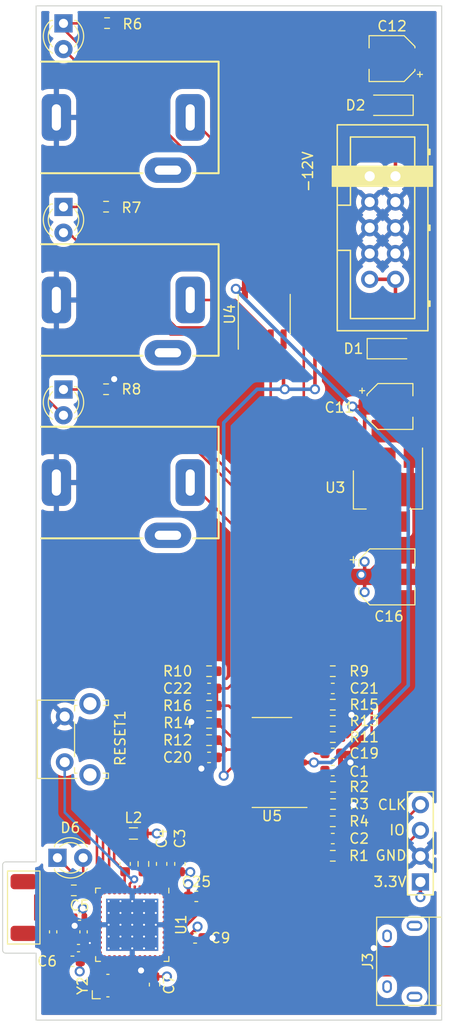
<source format=kicad_pcb>
(kicad_pcb (version 20211014) (generator pcbnew)
  (layers (0 "F.Cu" signal) (1 "In1.Cu" signal) (2 "In2.Cu" signal) (31 "B.Cu" signal) (34 "B.Paste" user) (35 "F.Paste" user) (36 "B.SilkS" user "B.Silkscreen") (37 "F.SilkS" user "F.Silkscreen") (38 "B.Mask" user) (39 "F.Mask" user) (44 "Edge.Cuts" user))
  (net 0 "")
  (net 1 "GND")
  (net 2 "Net-(C1-Pad2)")
  (net 3 "/X_Filtered")
  (net 4 "Net-(C2-Pad2)")
  (net 5 "+3.3VA")
  (net 6 "+3V3")
  (net 7 "Net-(AE1-Pad1)")
  (net 8 "Net-(C19-Pad2)")
  (net 9 "Net-(C20-Pad2)")
  (net 10 "/Y_Filtered")
  (net 11 "Net-(C21-Pad2)")
  (net 12 "/Z_Filtered")
  (net 13 "Net-(C22-Pad2)")
  (net 14 "Net-(D4-Pad2)")
  (net 15 "Net-(D4-Pad1)")
  (net 16 "-12V")
  (net 17 "+12V")
  (net 18 "/SWCLK")
  (net 19 "/SWIO")
  (net 22 "/USB_DP")
  (net 23 "/USB_DM")
  (net 28 "/X_PWM")
  (net 29 "Net-(R3-Pad2)")
  (net 30 "/BOOT0")
  (net 31 "/Y_PWM")
  (net 32 "/Z_PWM")
  (net 33 "Net-(R13-Pad2)")
  (net 34 "Net-(R14-Pad2)")
  (net 35 "/RESET")
  (net 40 "Net-(D3-Pad1)")
  (net 41 "Net-(D3-Pad2)")
  (net 48 "/RF_Output")
  (net 49 "Net-(U1-Pad24)")
  (net 50 "Net-(U1-Pad25)")
  (net 63 "VCC")
  (net 64 "VEE")
  (net 65 "Net-(D6-Pad1)")
  (net 67 "/LED_BLUE_OUT")
  (net 68 "Net-(D5-Pad1)")
  (net 69 "Net-(D5-Pad2)")
  (footprint "Resistor_SMD:R_0603_1608Metric" (layer "F.Cu") (at 154.885 134.7 180)
    (fp_text reference "R3")
    (fp_text value "10k")
  )
  (footprint "LED_THT:LED_D3.0mm_FlatTop" (layer "F.Cu") (at 128.3 75.825 -90)
    (fp_text reference "D4" hide)
    (fp_text value "LED_Y")
  )
  (footprint "Capacitor_SMD:C_0603_1608Metric" (layer "F.Cu") (at 129.18125 150.2 180)
    (fp_text reference "C6")
    (fp_text value "100nF")
  )
  (footprint "Resistor_SMD:R_0603_1608Metric" (layer "F.Cu") (at 154.86 139.8)
    (fp_text reference "R1")
    (fp_text value "20k")
  )
  (footprint "LED_THT:LED_D3.0mm_FlatTop" (layer "F.Cu") (at 127.705 140)
    (fp_text reference "D6")
    (fp_text value "LED_BLUE")
  )
  (footprint "Crystal:Crystal_SMD_Abracon_ABM10-4Pin_2.5x2.0mm" (layer "F.Cu") (at 132.68125 152.6 90)
    (fp_text reference "Y2")
    (fp_text value "32MHz")
  )
  (footprint "Capacitor_SMD:C_0603_1608Metric" (layer "F.Cu") (at 137.98125 140.6 90)
    (fp_text reference "C4")
    (fp_text value "100nF")
  )
  (footprint "Capacitor_SMD:C_0603_1608Metric" (layer "F.Cu") (at 134.38125 140.6 -90)
    (fp_text reference "C10" hide)
    (fp_text value "100nF")
  )
  (footprint "Capacitor_SMD:C_0603_1608Metric" (layer "F.Cu") (at 137.28125 152.5 -90)
    (fp_text reference "C7")
    (fp_text value "100nF")
  )
  (footprint "LED_THT:LED_D3.0mm_FlatTop" (layer "F.Cu") (at 128.3 57.725 -90)
    (fp_text reference "D3" hide)
    (fp_text value "LED_X")
  )
  (footprint "Resistor_SMD:R_0603_1608Metric" (layer "F.Cu") (at 154.86 136.4 180)
    (fp_text reference "R4")
    (fp_text value "5k1")
  )
  (footprint "LED_THT:LED_D3.0mm_FlatTop" (layer "F.Cu") (at 128.3 93.825 -90)
    (fp_text reference "D5" hide)
    (fp_text value "LED_Z")
  )
  (footprint "Resistor_SMD:R_0603_1608Metric" (layer "F.Cu") (at 142.66 125)
    (fp_text reference "R16")
    (fp_text value "5k1")
  )
  (footprint "Custom_Footprints:SWD_header" (layer "F.Cu") (at 163.5 142.38 90)
    (fp_text reference "J2" hide)
    (fp_text value "SWD_Header")
  )
  (footprint "Diode_SMD:D_SOD-123" (layer "F.Cu") (at 160.5 89.8)
    (fp_text reference "D1")
    (fp_text value "1N5819")
  )
  (footprint "Custom_Footprints:USB_Micro-B_Amphenol" (layer "F.Cu") (at 161.565 150.2 90)
    (fp_text reference "J3")
    (fp_text value "USB_B_Micro")
  )
  (footprint "Capacitor_SMD:CP_Elec_4x5.4" (layer "F.Cu") (at 160.7 61.2 180)
    (fp_text reference "C12")
    (fp_text value "22uF")
  )
  (footprint "Capacitor_SMD:C_0603_1608Metric" (layer "F.Cu") (at 141.28125 147.9)
    (fp_text reference "C9")
    (fp_text value "100nF")
  )
  (footprint "Resistor_SMD:R_0603_1608Metric" (layer "F.Cu") (at 132.5 93.8 180)
    (fp_text reference "R8")
    (fp_text value "1k")
  )
  (footprint "Capacitor_SMD:C_0603_1608Metric" (layer "F.Cu") (at 139.78125 140.6 90)
    (fp_text reference "C3")
    (fp_text value "4.7uF")
  )
  (footprint "Capacitor_SMD:CP_Elec_5x5.8" (layer "F.Cu") (at 160.2 112.3)
    (fp_text reference "C16")
    (fp_text value "47uF")
  )
  (footprint "Capacitor_SMD:C_0402_1005Metric" (layer "F.Cu") (at 130.28125 147.3 90)
    (fp_text reference "C14" hide)
    (fp_text value "0.8pF")
  )
  (footprint "Custom_Footprints:Jack_3.5mm_QingPu_WQP-PJ302M_Horizontal" (layer "F.Cu") (at 125.6 85 -90)
    (fp_text reference "J5" hide)
    (fp_text value "Y_Out")
  )
  (footprint "Capacitor_SMD:C_0603_1608Metric" (layer "F.Cu") (at 142.66 123.3 180)
    (fp_text reference "C22")
    (fp_text value "22nF")
  )
  (footprint "Capacitor_SMD:C_0603_1608Metric" (layer "F.Cu") (at 141.4 143.8)
    (fp_text reference "C25")
    (fp_text value "100nF")
  )
  (footprint "Resistor_SMD:R_0603_1608Metric" (layer "F.Cu") (at 129.32 143.21)
    (fp_text reference "R17" hide)
    (fp_text value "1k")
  )
  (footprint "Resistor_SMD:R_0603_1608Metric" (layer "F.Cu") (at 154.86 121.6)
    (fp_text reference "R9")
    (fp_text value "20k")
  )
  (footprint "Custom_Footprints:Jack_3.5mm_QingPu_WQP-PJ302M_Horizontal" (layer "F.Cu") (at 125.6 103 -90)
    (fp_text reference "J6" hide)
    (fp_text value "Z_Out")
  )
  (footprint "Resistor_SMD:R_0603_1608Metric" (layer "F.Cu") (at 154.885 133 180)
    (fp_text reference "R2")
    (fp_text value "20k")
  )
  (footprint "Resistor_SMD:R_0603_1608Metric" (layer "F.Cu") (at 132.5 75.8 180)
    (fp_text reference "R7")
    (fp_text value "1k")
  )
  (footprint "Package_DFN_QFN:QFN-48-1EP_7x7mm_P0.5mm_EP5.15x5.15mm_ThermalVias" (layer "F.Cu") (at 135.08125 146.6 -90)
    (fp_text reference "U1")
    (fp_text value "STM32WB35")
  )
  (footprint "Custom_Footprints:NN01_102" (layer "F.Cu") (at 124.38125 147.45 90)
    (fp_text reference "AE1" hide)
    (fp_text value "Antenna_Shield")
  )
  (footprint "Diode_SMD:D_SOD-123" (layer "F.Cu") (at 160.5375 65.8 180)
    (fp_text reference "D2")
    (fp_text value "1N5819")
  )
  (footprint "Resistor_SMD:R_0603_1608Metric" (layer "F.Cu") (at 132.6 57.7 180)
    (fp_text reference "R6")
    (fp_text value "1k")
  )
  (footprint "Capacitor_SMD:C_0603_1608Metric" (layer "F.Cu") (at 154.86 123.3)
    (fp_text reference "C21")
    (fp_text value "22nF")
  )
  (footprint "Package_TO_SOT_SMD:SOT-223-3_TabPin2" (layer "F.Cu") (at 160.3 103.7 -90)
    (fp_text reference "U3")
    (fp_text value "LD1117-3.3-4Tab")
  )
  (footprint "Resistor_SMD:R_0603_1608Metric" (layer "F.Cu") (at 142.66 121.6 180)
    (fp_text reference "R10")
    (fp_text value "20k")
  )
  (footprint "Capacitor_SMD:C_0603_1608Metric" (layer "F.Cu") (at 142.66 130.1)
    (fp_text reference "C20")
    (fp_text value "33nF")
  )
  (footprint "Resistor_SMD:R_0603_1608Metric" (layer "F.Cu") (at 136.18125 140.6 -90)
    (fp_text reference "R5" hide)
    (fp_text value "100k")
  )
  (footprint "Capacitor_SMD:C_0603_1608Metric" (layer "F.Cu") (at 154.86 129.7 180)
    (fp_text reference "C19")
    (fp_text value "33nF")
  )
  (footprint "Resistor_SMD:R_0603_1608Metric" (layer "F.Cu") (at 154.86 126.5 180)
    (fp_text reference "R13")
    (fp_text value "10k")
  )
  (footprint "Custom_Footprints:Eurorack_10_pin_header" (layer "F.Cu") (at 158.5 72.8 -90)
    (fp_text reference "J1" hide)
    (fp_text value "Eurorack_10_pin_power")
  )
  (footprint "Inductor_SMD:L_0402_1005Metric" (layer "F.Cu") (at 128.78125 147.8 180)
    (fp_text reference "L1" hide)
    (fp_text value "2.7nH")
  )
  (footprint "Capacitor_SMD:C_0402_1005Metric" (layer "F.Cu") (at 129.78125 148.9 180)
    (fp_text reference "C8" hide)
    (fp_text value "100pF")
  )
  (footprint "Package_SO:SOIC-8_3.9x4.9mm_P1.27mm" (layer "F.Cu") (at 148.1 86.4 90)
    (fp_text reference "U4")
    (fp_text value "TL072")
  )
  (footprint "Resistor_SMD:R_0603_1608Metric" (layer "F.Cu") (at 142.66 128.4)
    (fp_text reference "R12")
    (fp_text value "20k")
  )
  (footprint "Capacitor_SMD:CP_Elec_4x5.4" (layer "F.Cu") (at 160.5 95.5)
    (fp_text reference "C11")
    (fp_text value "22uF")
  )
  (footprint "Button_Switch_THT:SW_Tactile_SPST_Angled_PTS645Vx58-2LFS" (layer "F.Cu") (at 128.4225 130.565 90)
    (fp_text reference "RESET1")
    (fp_text value "SW_Push")
  )
  (footprint "Capacitor_SMD:C_0603_1608Metric" (layer "F.Cu") (at 154.86 138.1)
    (fp_text reference "C2")
    (fp_text value "22nF")
  )
  (footprint "Inductor_SMD:L_0805_2012Metric" (layer "F.Cu") (at 135.2 137.6)
    (fp_text reference "L2")
    (fp_text value "L")
  )
  (footprint "Resistor_SMD:R_0603_1608Metric" (layer "F.Cu") (at 154.86 124.9 180)
    (fp_text reference "R15")
    (fp_text value "5k1")
  )
  (footprint "Capacitor_SMD:C_0402_1005Metric" (layer "F.Cu") (at 129.88125 145.8 180)
    (fp_text reference "C5")
    (fp_text value "100nF")
  )
  (footprint "Capacitor_SMD:C_0402_1005Metric" (layer "F.Cu") (at 127.28125 147.3 90)
    (fp_text reference "C15" hide)
    (fp_text value "0.3pF")
  )
  (footprint "Resistor_SMD:R_0603_1608Metric" (layer "F.Cu") (at 142.66 126.7)
    (fp_text reference "R14")
    (fp_text value "10k")
  )
  (footprint "Package_SO:SOIC-14_3.9x8.7mm_P1.27mm" (layer "F.Cu") (at 148.86 130.6 180)
    (fp_text reference "U5")
    (fp_text value "TL074")
  )
  (footprint "Custom_Footprints:Jack_3.5mm_QingPu_WQP-PJ302M_Horizontal" (layer "F.Cu") (at 125.6 67 -90)
    (fp_text reference "J4" hide)
    (fp_text value "X_Out")
  )
  (footprint "Resistor_SMD:R_0603_1608Metric" (layer "F.Cu") (at 154.86 128.1 180)
    (fp_text reference "R11")
    (fp_text value "20k")
  )
  (footprint "Capacitor_SMD:C_0603_1608Metric" (layer "F.Cu") (at 154.86 131.4 180)
    (fp_text reference "C1")
    (fp_text value "33nF")
  )
  (gr_line (start 165.6 56) (end 165.6 156) (layer "Edge.Cuts") (width 0.1))
  (gr_line (start 125.6 156) (end 165.6 156) (layer "Edge.Cuts") (width 0.1))
  (gr_line (start 122.6 149.4) (end 125.6 149.4) (layer "Edge.Cuts") (width 0.1))
  (gr_line (start 125.6 56) (end 165.6 56) (layer "Edge.Cuts") (width 0.1))
  (gr_line (start 125.6 56) (end 125.6 140.4) (layer "Edge.Cuts") (width 0.1))
  (gr_line (start 125.6 140.4) (end 122.6 140.4) (layer "Edge.Cuts") (width 0.1))
  (gr_line (start 122.3 140.7) (end 122.3 149.1) (layer "Edge.Cuts") (width 0.1))
  (gr_line (start 125.6 156) (end 125.6 149.4) (layer "Edge.Cuts") (width 0.1))
  (gr_arc (start 122.6 149.4) (mid 122.387868 149.312132) (end 122.3 149.1) (layer "Edge.Cuts") (width 0.1))
  (gr_arc (start 122.3 140.7) (mid 122.387868 140.487868) (end 122.6 140.4) (layer "Edge.Cuts") (width 0.1))
  (segment (start 155.71 134.7) (end 156.8 134.7) (width 0.35) (layer "F.Cu") (net 1))
  (segment (start 132.075 151.975) (end 133.325 153.225) (width 0.35) (layer "F.Cu") (net 1))
  (segment (start 129.4 145.80125) (end 129.40125 145.8) (width 0.35) (layer "F.Cu") (net 1))
  (segment (start 133.325 93.8) (end 133.325 92.825) (width 0.2) (layer "F.Cu") (net 1))
  (segment (start 142.05625 147.9) (end 143 147.9) (width 0.35) (layer "F.Cu") (net 1))
  (segment (start 133.325 92.825) (end 133.3 92.8) (width 0.2) (layer "F.Cu") (net 1))
  (segment (start 133.325 153.225) (end 133.50625 153.225) (width 0.35) (layer "F.Cu") (net 1))
  (segment (start 131.05 148.35) (end 131 148.4) (width 0.2) (layer "F.Cu") (net 1))
  (segment (start 131 148.4) (end 130.9 148.4) (width 0.2) (layer "F.Cu") (net 1))
  (segment (start 135.83125 150.984924) (end 135.951767 151.105441) (width 0.35) (layer "F.Cu") (net 1))
  (segment (start 155.685 126.5) (end 156.1 126.5) (width 0.35) (layer "F.Cu") (net 1))
  (segment (start 156.1 126.5) (end 156.7 125.9) (width 0.35) (layer "F.Cu") (net 1))
  (segment (start 156.6 130.6) (end 156.435 130.6) (width 0.35) (layer "F.Cu") (net 1))
  (segment (start 131.85625 151.975) (end 132.075 151.975) (width 0.35) (layer "F.Cu") (net 1))
  (segment (start 155.7 129.7) (end 156.6 130.6) (width 0.35) (layer "F.Cu") (net 1))
  (segment (start 160.215 148.9) (end 158.9 148.9) (width 0.35) (layer "F.Cu") (net 1))
  (segment (start 155.635 129.7) (end 155.7 129.7) (width 0.35) (layer "F.Cu") (net 1))
  (segment (start 141.885 130.1) (end 141.885 131.185) (width 0.35) (layer "F.Cu") (net 1))
  (segment (start 156.435 130.6) (end 155.635 131.4) (width 0.35) (layer "F.Cu") (net 1))
  (segment (start 141.835 126.7) (end 141 126.7) (width 0.35) (layer "F.Cu") (net 1))
  (segment (start 129.52 146.82) (end 129.4 146.7) (width 0.35) (layer "F.Cu") (net 1))
  (segment (start 141 126.7) (end 140.9 126.6) (width 0.35) (layer "F.Cu") (net 1))
  (segment (start 135.83125 150.0375) (end 135.83125 150.984924) (width 0.35) (layer "F.Cu") (net 1))
  (segment (start 141.885 131.185) (end 141.9 131.2) (width 0.35) (layer "F.Cu") (net 1))
  (segment (start 131.64375 148.35) (end 131.05 148.35) (width 0.2) (layer "F.Cu") (net 1))
  (segment (start 130.28125 146.82) (end 129.52 146.82) (width 0.35) (layer "F.Cu") (net 1))
  (segment (start 156.8 134.7) (end 156.9 134.8) (width 0.35) (layer "F.Cu") (net 1))
  (segment (start 129.4 146.7) (end 129.4 145.80125) (width 0.35) (layer "F.Cu") (net 1))
  (via (at 140.9 126.6) (size 1) (drill 0.6) (layers "F.Cu" "B.Cu") (net 1))
  (via (at 129.4 146.7) (size 1) (drill 0.6) (layers "F.Cu" "B.Cu") (net 1))
  (via (at 141.9 131.2) (size 1) (drill 0.6) (layers "F.Cu" "B.Cu") (net 1))
  (via (at 130.9 148.4) (size 0.4) (drill 0.2) (layers "F.Cu" "B.Cu") (net 1))
  (via (at 156.7 125.9) (size 1) (drill 0.6) (layers "F.Cu" "B.Cu") (net 1))
  (via (at 156.9 134.8) (size 1) (drill 0.6) (layers "F.Cu" "B.Cu") (net 1))
  (via (at 143 147.9) (size 1) (drill 0.6) (layers "F.Cu" "B.Cu") (net 1))
  (via (at 133.3 92.8) (size 1) (drill 0.6) (layers "F.Cu" "B.Cu") (net 1))
  (via (at 156.6 130.6) (size 1) (drill 0.6) (layers "F.Cu" "B.Cu") (net 1))
  (via (at 135.951767 151.105441) (size 1) (drill 0.6) (layers "F.Cu" "B.Cu") (net 1))
  (via (at 158.9 148.9) (size 1) (drill 0.6) (layers "F.Cu" "B.Cu") (net 1))
  (segment (start 151.335 131.87) (end 153.615 131.87) (width 0.25) (layer "F.Cu") (net 2))
  (segment (start 153.615 131.87) (end 154.085 131.4) (width 0.25) (layer "F.Cu") (net 2))
  (segment (start 154.06 133) (end 154.06 131.425) (width 0.25) (layer "F.Cu") (net 2))
  (segment (start 154.035 123.35) (end 154.085 123.3) (width 0.25) (layer "F.Cu") (net 3))
  (segment (start 140.8 67) (end 150.005 76.205) (width 0.25) (layer "F.Cu") (net 3))
  (segment (start 151.335 126.79) (end 152.145 126.79) (width 0.25) (layer "F.Cu") (net 3))
  (segment (start 154.035 124.9) (end 154.035 123.35) (width 0.25) (layer "F.Cu") (net 3))
  (segment (start 152 121.215) (end 154.085 123.3) (width 0.25) (layer "F.Cu") (net 3))
  (segment (start 150.005 76.205) (end 150.005 83.925) (width 0.25) (layer "F.Cu") (net 3))
  (segment (start 150.005 83.925) (end 152 85.92) (width 0.25) (layer "F.Cu") (net 3))
  (segment (start 152 85.92) (end 152 121.215) (width 0.25) (layer "F.Cu") (net 3))
  (segment (start 152.145 126.79) (end 154.035 124.9) (width 0.25) (layer "F.Cu") (net 3))
  (segment (start 155.71 133) (end 156.266022 133) (width 0.25) (layer "F.Cu") (net 4))
  (segment (start 155.685 138.15) (end 155.635 138.1) (width 0.25) (layer "F.Cu") (net 4))
  (segment (start 155.685 139.8) (end 155.685 138.15) (width 0.25) (layer "F.Cu") (net 4))
  (segment (start 156.266022 133) (end 157.724501 134.458479) (width 0.25) (layer "F.Cu") (net 4))
  (segment (start 157.724501 136.010499) (end 155.635 138.1) (width 0.25) (layer "F.Cu") (net 4))
  (segment (start 157.724501 134.458479) (end 157.724501 136.010499) (width 0.25) (layer "F.Cu") (net 4))
  (segment (start 134.33125 141.425) (end 134.38125 141.375) (width 0.25) (layer "F.Cu") (net 5))
  (segment (start 134.375 141.375) (end 133.3 140.3) (width 0.25) (layer "F.Cu") (net 5))
  (segment (start 134.33125 143.1625) (end 134.33125 141.425) (width 0.25) (layer "F.Cu") (net 5))
  (segment (start 133.3 140.3) (end 133.3 138.4375) (width 0.25) (layer "F.Cu") (net 5))
  (segment (start 133.3 138.4375) (end 134.1375 137.6) (width 0.25) (layer "F.Cu") (net 5))
  (segment (start 134.38125 141.375) (end 134.375 141.375) (width 0.25) (layer "F.Cu") (net 5))
  (segment (start 138.5 151.7) (end 137.30625 151.7) (width 0.25) (layer "F.Cu") (net 6))
  (segment (start 130.89077 147.046493) (end 130.89077 146.32952) (width 0.2) (layer "F.Cu") (net 6))
  (segment (start 163.5 142.38) (end 163.5 143.87) (width 0.35) (layer "F.Cu") (net 6))
  (segment (start 130.89077 146.32952) (end 130.36125 145.8) (width 0.2) (layer "F.Cu") (net 6))
  (segment (start 137.83125 143.1625) (end 137.83125 141.525) (width 0.25) (layer "F.Cu") (net 6))
  (segment (start 135.127266 151.446962) (end 135.672678 151.992374) (width 0.25) (layer "F.Cu") (net 6))
  (segment (start 137.33125 150.0375) (end 137.33125 151.675) (width 0.25) (layer "F.Cu") (net 6))
  (segment (start 131.194277 147.35) (end 130.89077 147.046493) (width 0.2) (layer "F.Cu") (net 6))
  (segment (start 130.36125 149) (end 130.26125 148.9) (width 0.2) (layer "F.Cu") (net 6))
  (segment (start 129.95625 149.205) (end 130.26125 148.9) (width 0.35) (layer "F.Cu") (net 6))
  (segment (start 135.672678 151.992374) (end 137.013876 151.992374) (width 0.25) (layer "F.Cu") (net 6))
  (segment (start 131.15 148.85) (end 131 149) (width 0.2) (layer "F.Cu") (net 6))
  (segment (start 130.36125 145.16125) (end 130.2 145) (width 0.35) (layer "F.Cu") (net 6))
  (segment (start 140.775 141.375) (end 140.8 141.4) (width 0.35) (layer "F.Cu") (net 6))
  (segment (start 138.51875 143.85) (end 140.575 143.85) (width 0.25) (layer "F.Cu") (net 6))
  (segment (start 135.33125 150.0375) (end 135.33125 150.559936) (width 0.25) (layer "F.Cu") (net 6))
  (segment (start 160.3 106.85) (end 160.3 100.55) (width 0.35) (layer "F.Cu") (net 6))
  (segment (start 158 112.3) (end 160.3 110) (width 0.35) (layer "F.Cu") (net 6))
  (segment (start 137.013876 151.992374) (end 137.28125 151.725) (width 0.25) (layer "F.Cu") (net 6))
  (segment (start 136.33125 150.0375) (end 137.33125 150.0375) (width 0.25) (layer "F.Cu") (net 6))
  (segment (start 141.521368 146.884882) (end 140.50625 147.9) (width 0.35) (layer "F.Cu") (net 6))
  (segment (start 135.33125 150.559936) (end 135.127266 150.76392) (width 0.25) (layer "F.Cu") (net 6))
  (segment (start 138.51875 147.85) (end 140.45625 147.85) (width 0.25) (layer "F.Cu") (net 6))
  (segment (start 160.3 110) (end 160.3 106.85) (width 0.35) (layer "F.Cu") (net 6))
  (segment (start 137.98125 141.375) (end 139.78125 141.375) (width 0.25) (layer "F.Cu") (net 6))
  (segment (start 137.83125 141.525) (end 137.98125 141.375) (width 0.25) (layer "F.Cu") (net 6))
  (segment (start 157.888446 112.3) (end 157.6745 112.086054) (width 0.35) (layer "F.Cu") (net 6))
  (segment (start 131 149) (end 130.36125 149) (width 0.2) (layer "F.Cu") (net 6))
  (segment (start 136.2625 137.6) (end 137.5 137.6) (width 0.35) (layer "F.Cu") (net 6))
  (segment (start 158 112.3) (end 158 113.8) (width 0.35) (layer "F.Cu") (net 6))
  (segment (start 140.575 143.85) (end 140.625 143.8) (width 0.25) (layer "F.Cu") (net 6))
  (segment (start 140.625 142.625) (end 140.6 142.6) (width 0.35) (layer "F.Cu") (net 6))
  (segment (start 137.28125 151.725) (end 137.33125 151.675) (width 0.25) (layer "F.Cu") (net 6))
  (segment (start 140.45625 147.85) (end 140.50625 147.9) (width 0.25) (layer "F.Cu") (net 6))
  (segment (start 158 112.3) (end 157.888446 112.3) (width 0.35) (layer "F.Cu") (net 6))
  (segment (start 158 112.3) (end 158 110.8) (width 0.35) (layer "F.Cu") (net 6))
  (segment (start 129.95625 150.2) (end 129.95625 149.205) (width 0.35) (layer "F.Cu") (net 6))
  (segment (start 141.521368 146.778981) (end 141.521368 146.884882) (width 0.35) (layer "F.Cu") (net 6))
  (segment (start 130.36125 145.8) (end 130.36125 145.16125) (width 0.35) (layer "F.Cu") (net 6))
  (segment (start 140.625 143.8) (end 140.625 142.625) (width 0.35) (layer "F.Cu") (net 6))
  (segment (start 139.78125 141.375) (end 140.775 141.375) (width 0.35) (layer "F.Cu") (net 6))
  (segment (start 131.64375 148.85) (end 131.15 148.85) (width 0.2) (layer "F.Cu") (net 6))
  (segment (start 129.95625 151.14375) (end 129.9 151.2) (width 0.35) (layer "F.Cu") (net 6))
  (segment (start 129.95625 150.2) (end 129.95625 151.14375) (width 0.35) (layer "F.Cu") (net 6))
  (segment (start 131.64375 147.35) (end 131.194277 147.35) (width 0.2) (layer "F.Cu") (net 6))
  (segment (start 135.127266 150.76392) (end 135.127266 151.446962) (width 0.25) (layer "F.Cu") (net 6))
  (via (at 138.5 151.7) (size 1) (drill 0.6) (layers "F.Cu" "B.Cu") (net 6))
  (via (at 140.6 142.6) (size 1) (drill 0.6) (layers "F.Cu" "B.Cu") (net 6))
  (via (at 157.6745 112.086054) (size 1) (drill 0.6) (layers "F.Cu" "B.Cu") (net 6))
  (via (at 137.5 137.6) (size 1) (drill 0.6) (layers "F.Cu" "B.Cu") (net 6))
  (via (at 158 113.8) (size 1) (drill 0.6) (layers "F.Cu" "B.Cu") (net 6))
  (via (at 158 110.8) (size 1) (drill 0.6) (layers "F.Cu" "B.Cu") (net 6))
  (via (at 140.8 141.4) (size 1) (drill 0.6) (layers "F.Cu" "B.Cu") (net 6))
  (via (at 163.5 143.87) (size 1) (drill 0.6) (layers "F.Cu" "B.Cu") (net 6))
  (via (at 130.2 145) (size 1) (drill 0.6) (layers "F.Cu" "B.Cu") (net 6))
  (via (at 129.9 151.2) (size 1) (drill 0.6) (layers "F.Cu" "B.Cu") (net 6))
  (via (at 141.521368 146.778981) (size 1) (drill 0.6) (layers "F.Cu" "B.Cu") (net 6))
  (segment (start 128.29625 147.8) (end 127.30125 147.8) (width 0.322) (layer "F.Cu") (net 7))
  (segment (start 125.53 147.78) (end 125.2 147.45) (width 0.322) (layer "F.Cu") (net 7))
  (segment (start 127.30125 147.8) (end 127.28125 147.78) (width 0.322) (layer "F.Cu") (net 7))
  (segment (start 127.28125 147.78) (end 124.71125 147.78) (width 0.322) (layer "F.Cu") (net 7))
  (segment (start 151.335 129.33) (end 152.805 129.33) (width 0.25) (layer "F.Cu") (net 8))
  (segment (start 152.805 129.33) (end 154.035 128.1) (width 0.25) (layer "F.Cu") (net 8))
  (segment (start 154.085 129.7) (end 153.175 129.7) (width 0.25) (layer "F.Cu") (net 8))
  (segment (start 153.175 129.7) (end 152.805 129.33) (width 0.25) (layer "F.Cu") (net 8))
  (segment (start 146.385 129.33) (end 144.415 129.33) (width 0.25) (layer "F.Cu") (net 9))
  (segment (start 143.645 130.1) (end 144.415 129.33) (width 0.25) (layer "F.Cu") (net 9))
  (segment (start 143.435 130.1) (end 143.645 130.1) (width 0.25) (layer "F.Cu") (net 9))
  (segment (start 144.415 129.33) (end 143.485 128.4) (width 0.25) (layer "F.Cu") (net 9))
  (segment (start 151.335 134.41) (end 152.045 134.41) (width 0.25) (layer "F.Cu") (net 10))
  (segment (start 148.735 88.875) (end 148.735 105.399296) (width 0.25) (layer "F.Cu") (net 10))
  (segment (start 148.735 105.399296) (end 149.74951 106.413806) (width 0.25) (layer "F.Cu") (net 10))
  (segment (start 149.74951 133.24951) (end 150.91 134.41) (width 0.25) (layer "F.Cu") (net 10))
  (segment (start 148.735 88.875) (end 148.735 88.498928) (width 0.25) (layer "F.Cu") (net 10))
  (segment (start 148.735 88.498928) (end 145.236072 85) (width 0.25) (layer "F.Cu") (net 10))
  (segment (start 154.035 138.05) (end 154.085 138.1) (width 0.25) (layer "F.Cu") (net 10))
  (segment (start 145.236072 85) (end 140.8 85) (width 0.25) (layer "F.Cu") (net 10))
  (segment (start 149.74951 106.413806) (end 149.74951 133.24951) (width 0.25) (layer "F.Cu") (net 10))
  (segment (start 150.91 134.41) (end 151.335 134.41) (width 0.25) (layer "F.Cu") (net 10))
  (segment (start 154.035 136.4) (end 154.035 138.05) (width 0.25) (layer "F.Cu") (net 10))
  (segment (start 152.045 134.41) (end 154.035 136.4) (width 0.25) (layer "F.Cu") (net 10))
  (segment (start 155.685 123.25) (end 155.635 123.3) (width 0.25) (layer "F.Cu") (net 11))
  (segment (start 156.3 128.1) (end 157.6 126.8) (width 0.25) (layer "F.Cu") (net 11))
  (segment (start 155.685 121.6) (end 155.685 123.25) (width 0.25) (layer "F.Cu") (net 11))
  (segment (start 157.6 126.8) (end 157.6 125.265) (width 0.25) (layer "F.Cu") (net 11))
  (segment (start 157.6 125.265) (end 155.635 123.3) (width 0.25) (layer "F.Cu") (net 11))
  (segment (start 155.685 128.1) (end 156.3 128.1) (width 0.25) (layer "F.Cu") (net 11))
  (segment (start 147.9 127.7) (end 147.9 131) (width 0.25) (layer "F.Cu") (net 12))
  (segment (start 145.4 122.4) (end 144.5 123.3) (width 0.25) (layer "F.Cu") (net 12))
  (segment (start 143.485 125) (end 144.595 125) (width 0.25) (layer "F.Cu") (net 12))
  (segment (start 140.8 103) (end 145.4 107.6) (width 0.25) (layer "F.Cu") (net 12))
  (segment (start 143.435 124.95) (end 143.485 125) (width 0.25) (layer "F.Cu") (net 12))
  (segment (start 145.4 107.6) (end 145.4 122.4) (width 0.25) (layer "F.Cu") (net 12))
  (segment (start 147.03 131.87) (end 146.385 131.87) (width 0.25) (layer "F.Cu") (net 12))
  (segment (start 144.5 123.3) (end 143.435 123.3) (width 0.25) (layer "F.Cu") (net 12))
  (segment (start 147.9 131) (end 147.03 131.87) (width 0.25) (layer "F.Cu") (net 12))
  (segment (start 146.385 126.79) (end 146.99 126.79) (width 0.25) (layer "F.Cu") (net 12))
  (segment (start 143.435 123.3) (end 143.435 124.95) (width 0.25) (layer "F.Cu") (net 12))
  (segment (start 144.595 125) (end 146.385 126.79) (width 0.25) (layer "F.Cu") (net 12))
  (segment (start 146.99 126.79) (end 147.9 127.7) (width 0.25) (layer "F.Cu") (net 12))
  (segment (start 141.2 128.4) (end 139.9 127.1) (width 0.25) (layer "F.Cu") (net 13))
  (segment (start 141.835 128.4) (end 141.2 128.4) (width 0.25) (layer "F.Cu") (net 13))
  (segment (start 141.835 123.25) (end 141.885 123.3) (width 0.25) (layer "F.Cu") (net 13))
  (segment (start 141.835 121.6) (end 141.835 123.25) (width 0.25) (layer "F.Cu") (net 13))
  (segment (start 139.9 127.1) (end 139.9 124.6) (width 0.25) (layer "F.Cu") (net 13))
  (segment (start 141.2 123.3) (end 141.885 123.3) (width 0.25) (layer "F.Cu") (net 13))
  (segment (start 139.9 124.6) (end 141.2 123.3) (width 0.25) (layer "F.Cu") (net 13))
  (segment (start 145.72 88.4) (end 146.195 88.875) (width 0.25) (layer "F.Cu") (net 14))
  (segment (start 128.3 78.365) (end 128.815 78.365) (width 0.25) (layer "F.Cu") (net 14))
  (segment (start 138.85 88.4) (end 145.72 88.4) (width 0.25) (layer "F.Cu") (net 14))
  (segment (start 128.815 78.365) (end 138.85 88.4) (width 0.25) (layer "F.Cu") (net 14))
  (segment (start 131.675 79.975) (end 139.4 87.7) (width 0.25) (layer "F.Cu") (net 15))
  (segment (start 139.4 87.7) (end 145.1 87.7) (width 0.25) (layer "F.Cu") (net 15))
  (segment (start 145.1 87.7) (end 145.5 87.3) (width 0.25) (layer "F.Cu") (net 15))
  (segment (start 145.5 87.3) (end 146.9 87.3) (width 0.25) (layer "F.Cu") (net 15))
  (segment (start 131.65 75.825) (end 131.675 75.8) (width 0.25) (layer "F.Cu") (net 15))
  (segment (start 146.9 87.3) (end 147.465 87.865) (width 0.25) (layer "F.Cu") (net 15))
  (segment (start 131.675 75.8) (end 131.675 79.975) (width 0.25) (layer "F.Cu") (net 15))
  (segment (start 128.3 75.825) (end 131.65 75.825) (width 0.25) (layer "F.Cu") (net 15))
  (segment (start 147.465 87.865) (end 147.465 88.875) (width 0.25) (layer "F.Cu") (net 15))
  (segment (start 161.04 66.9475) (end 162.1875 65.8) (width 0.35) (layer "F.Cu") (net 16))
  (segment (start 161.04 72.8) (end 161.04 66.9475) (width 0.35) (layer "F.Cu") (net 16))
  (segment (start 158.5 72.8) (end 161.04 72.8) (width 0.35) (layer "F.Cu") (net 16))
  (segment (start 158.5 82.96) (end 161.04 82.96) (width 0.35) (layer "F.Cu") (net 17))
  (segment (start 161.04 88.69) (end 162.15 89.8) (width 0.35) (layer "F.Cu") (net 17))
  (segment (start 161.04 82.96) (end 161.04 88.69) (width 0.35) (layer "F.Cu") (net 17))
  (segment (start 161.9 138.17) (end 161.9 136.36) (width 0.25) (layer "F.Cu") (net 18))
  (segment (start 141.8 145.3) (end 154.77 145.3) (width 0.25) (layer "F.Cu") (net 18))
  (segment (start 138.51875 147.35) (end 139.75 147.35) (width 0.25) (layer "F.Cu") (net 18))
  (segment (start 139.75 147.35) (end 141.8 145.3) (width 0.25) (layer "F.Cu") (net 18))
  (segment (start 154.77 145.3) (end 161.9 138.17) (width 0.25) (layer "F.Cu") (net 18))
  (segment (start 161.9 136.36) (end 163.5 134.76) (width 0.25) (layer "F.Cu") (net 18))
  (segment (start 140.354112 149) (end 151.8 149) (width 0.25) (layer "F.Cu") (net 19))
  (segment (start 139.704112 148.35) (end 140.354112 149) (width 0.25) (layer "F.Cu") (net 19))
  (segment (start 138.51875 148.35) (end 139.704112 148.35) (width 0.25) (layer "F.Cu") (net 19))
  (segment (start 151.8 149) (end 163.5 137.3) (width 0.25) (layer "F.Cu") (net 19))
  (segment (start 157.5 150.2) (end 160.215 150.2) (width 0.25) (layer "F.Cu") (net 22))
  (segment (start 138.51875 148.85) (end 139.285718 148.85) (width 0.25) (layer "F.Cu") (net 22))
  (segment (start 139.986198 149.55048) (end 156.85048 149.55048) (width 0.25) (layer "F.Cu") (net 22))
  (segment (start 139.285718 148.85) (end 139.986198 149.55048) (width 0.25) (layer "F.Cu") (net 22))
  (segment (start 156.85048 149.55048) (end 157.5 150.2) (width 0.25) (layer "F.Cu") (net 22))
  (segment (start 139.8 150) (end 156.6 150) (width 0.25) (layer "F.Cu") (net 23))
  (segment (start 157.45 150.85) (end 160.215 150.85) (width 0.25) (layer "F.Cu") (net 23))
  (segment (start 156.6 150) (end 157.45 150.85) (width 0.25) (layer "F.Cu") (net 23))
  (segment (start 139.15 149.35) (end 139.8 150) (width 0.25) (layer "F.Cu") (net 23))
  (segment (start 138.51875 149.35) (end 139.15 149.35) (width 0.25) (layer "F.Cu") (net 23))
  (segment (start 148.2 135.9) (end 152.89952 140.59952) (width 0.25) (layer "F.Cu") (net 28))
  (segment (start 133.83125 142.406263) (end 132.8 141.375013) (width 0.25) (layer "F.Cu") (net 28))
  (segment (start 158.7 138.2) (end 158.7 120.9) (width 0.25) (layer "F.Cu") (net 28))
  (segment (start 152.89952 140.59952) (end 156.30048 140.59952) (width 0.25) (layer "F.Cu") (net 28))
  (segment (start 132.8 136.535704) (end 133.435704 135.9) (width 0.25) (layer "F.Cu") (net 28))
  (segment (start 133.83125 143.1625) (end 133.83125 142.406263) (width 0.25) (layer "F.Cu") (net 28))
  (segment (start 157.3 119.5) (end 154.9 119.5) (width 0.25) (layer "F.Cu") (net 28))
  (segment (start 132.8 141.375013) (end 132.8 136.535704) (width 0.25) (layer "F.Cu") (net 28))
  (segment (start 154.9 119.5) (end 154.035 120.365) (width 0.25) (layer "F.Cu") (net 28))
  (segment (start 158.7 120.9) (end 157.3 119.5) (width 0.25) (layer "F.Cu") (net 28))
  (segment (start 133.435704 135.9) (end 148.2 135.9) (width 0.25) (layer "F.Cu") (net 28))
  (segment (start 156.30048 140.59952) (end 158.7 138.2) (width 0.25) (layer "F.Cu") (net 28))
  (segment (start 154.035 120.365) (end 154.035 121.6) (width 0.25) (layer "F.Cu") (net 28))
  (segment (start 154.06 134.775) (end 155.685 136.4) (width 0.25) (layer "F.Cu") (net 29))
  (segment (start 151.335 133.14) (end 152.5 133.14) (width 0.25) (layer "F.Cu") (net 29))
  (segment (start 154.06 134.7) (end 154.06 134.775) (width 0.25) (layer "F.Cu") (net 29))
  (segment (start 152.5 133.14) (end 154.06 134.7) (width 0.25) (layer "F.Cu") (net 29))
  (segment (start 136.33125 143.1625) (end 136.33125 141.575) (width 0.25) (layer "F.Cu") (net 30))
  (segment (start 136.33125 141.575) (end 136.18125 141.425) (width 0.25) (layer "F.Cu") (net 30))
  (segment (start 133.33125 142.541968) (end 133.33125 143.1625) (width 0.25) (layer "F.Cu") (net 31))
  (segment (start 133.486193 135.213807) (end 132.2 136.5) (width 0.25) (layer "F.Cu") (net 31))
  (segment (start 132.2 136.5) (end 132.2 141.410718) (width 0.25) (layer "F.Cu") (net 31))
  (segment (start 132.2 141.410718) (end 133.33125 142.541968) (width 0.25) (layer "F.Cu") (net 31))
  (segment (start 154.035 139.8) (end 149.448807 135.213807) (width 0.25) (layer "F.Cu") (net 31))
  (segment (start 149.448807 135.213807) (end 133.486193 135.213807) (width 0.25) (layer "F.Cu") (net 31))
  (segment (start 131.6 135.6) (end 137.1 130.1) (width 0.25) (layer "F.Cu") (net 32))
  (segment (start 132.83125 142.677672) (end 131.6 141.446422) (width 0.25) (layer "F.Cu") (net 32))
  (segment (start 132.83125 143.1625) (end 132.83125 142.677672) (width 0.25) (layer "F.Cu") (net 32))
  (segment (start 138.2 119.7) (end 141.585 119.7) (width 0.25) (layer "F.Cu") (net 32))
  (segment (start 141.585 119.7) (end 143.485 121.6) (width 0.25) (layer "F.Cu") (net 32))
  (segment (start 137.1 130.1) (end 137.1 120.8) (width 0.25) (layer "F.Cu") (net 32))
  (segment (start 137.1 120.8) (end 138.2 119.7) (width 0.25) (layer "F.Cu") (net 32))
  (segment (start 131.6 141.446422) (end 131.6 135.6) (width 0.25) (layer "F.Cu") (net 32))
  (segment (start 155.635 124.9) (end 154.035 126.5) (width 0.25) (layer "F.Cu") (net 33))
  (segment (start 154.035 126.5) (end 152.475 128.06) (width 0.25) (layer "F.Cu") (net 33))
  (segment (start 152.475 128.06) (end 151.335 128.06) (width 0.25) (layer "F.Cu") (net 33))
  (segment (start 155.685 124.9) (end 155.635 124.9) (width 0.25) (layer "F.Cu") (net 33))
  (segment (start 141.835 125) (end 141.835 125.05) (width 0.25) (layer "F.Cu") (net 34))
  (segment (start 146.385 128.06) (end 144.845 128.06) (width 0.25) (layer "F.Cu") (net 34))
  (segment (start 144.845 128.06) (end 143.485 126.7) (width 0.25) (layer "F.Cu") (net 34))
  (segment (start 141.835 125.05) (end 143.485 126.7) (width 0.25) (layer "F.Cu") (net 34))
  (segment (start 134.83125 143.1625) (end 134.83125 142.563752) (width 0.25) (layer "F.Cu") (net 35))
  (segment (start 134.83125 142.563752) (end 135.276913 142.118089) (width 0.25) (layer "F.Cu") (net 35))
  (via (at 135.276913 142.118089) (size 0.8) (drill 0.4) (layers "F.Cu" "B.Cu") (net 35))
  (segment (start 128.4225 135.5225) (end 128.4225 130.565) (width 0.25) (layer "B.Cu") (net 35))
  (segment (start 135.276913 142.118089) (end 135.018089 142.118089) (width 0.25) (layer "B.Cu") (net 35))
  (segment (start 135.018089 142.118089) (end 128.4225 135.5225) (width 0.25) (layer "B.Cu") (net 35))
  (segment (start 148.735 83.925) (end 148.735 78.719245) (width 0.25) (layer "F.Cu") (net 40))
  (segment (start 128.3 57.725) (end 131.75 57.725) (width 0.25) (layer "F.Cu") (net 40))
  (segment (start 148.735 78.719245) (end 128.3 58.284245) (width 0.25) (layer "F.Cu") (net 40))
  (segment (start 131.75 57.725) (end 131.775 57.7) (width 0.25) (layer "F.Cu") (net 40))
  (segment (start 128.3 58.284245) (end 128.3 57.725) (width 0.25) (layer "F.Cu") (net 40))
  (segment (start 140 75.7) (end 137.9 75.7) (width 0.25) (layer "F.Cu") (net 41))
  (segment (start 137.9 75.7) (end 131.3 69.1) (width 0.25) (layer "F.Cu") (net 41))
  (segment (start 147.465 83.925) (end 147.465 83.165) (width 0.25) (layer "F.Cu") (net 41))
  (segment (start 147.465 83.165) (end 140 75.7) (width 0.25) (layer "F.Cu") (net 41))
  (segment (start 131.3 69.1) (end 131.3 63.265) (width 0.25) (layer "F.Cu") (net 41))
  (segment (start 131.3 63.265) (end 128.3 60.265) (width 0.25) (layer "F.Cu") (net 41))
  (segment (start 130.28125 147.78) (end 129.28625 147.78) (width 0.322) (layer "F.Cu") (net 48))
  (segment (start 131.64375 147.85) (end 131.05 147.85) (width 0.2) (layer "F.Cu") (net 48))
  (segment (start 129.28625 147.78) (end 129.26625 147.8) (width 0.322) (layer "F.Cu") (net 48))
  (segment (start 131.05 147.85) (end 131 147.8) (width 0.2) (layer "F.Cu") (net 48))
  (segment (start 130.30125 147.8) (end 131 147.8) (width 0.322) (layer "F.Cu") (net 48))
  (segment (start 131.081739 149.912011) (end 131.081739 152.600489) (width 0.25) (layer "F.Cu") (net 49))
  (segment (start 131.64375 149.35) (end 131.081739 149.912011) (width 0.25) (layer "F.Cu") (net 49))
  (segment (start 131.081739 152.600489) (end 131.70625 153.225) (width 0.25) (layer "F.Cu") (net 49))
  (segment (start 131.70625 153.225) (end 131.85625 153.225) (width 0.25) (layer "F.Cu") (net 49))
  (segment (start 132.33125 150.8) (end 133.50625 151.975) (width 0.25) (layer "F.Cu") (net 50))
  (segment (start 132.33125 150.0375) (end 132.33125 150.8) (width 0.25) (layer "F.Cu") (net 50))
  (segment (start 158.85 95.35) (end 158.7 95.5) (width 0.35) (layer "F.Cu") (net 63))
  (segment (start 158 96.2) (end 158 100.55) (width 0.35) (layer "F.Cu") (net 63))
  (segment (start 158.7 95.5) (end 156.8 95.5) (width 0.35) (layer "F.Cu") (net 63))
  (segment (start 158.7 95.5) (end 158 96.2) (width 0.35) (layer "F.Cu") (net 63))
  (segment (start 151.335 130.6) (end 153 130.6) (width 0.35) (layer "F.Cu") (net 63))
  (segment (start 158.85 89.8) (end 158.85 95.35) (width 0.35) (layer "F.Cu") (net 63))
  (segment (start 146.195 83.925) (end 145.325 83.925) (width 0.35) (layer "F.Cu") (net 63))
  (segment (start 145.325 83.925) (end 145.3 83.9) (width 0.35) (layer "F.Cu") (net 63))
  (via (at 145.3 83.9) (size 1) (drill 0.6) (layers "F.Cu" "B.Cu") (net 63))
  (via (at 156.8 95.5) (size 1) (drill 0.6) (layers "F.Cu" "B.Cu") (net 63))
  (via (at 153 130.6) (size 1) (drill 0.6) (layers "F.Cu" "B.Cu") (net 63))
  (segment (start 156.8 95.5) (end 145.3 84) (width 0.35) (layer "B.Cu") (net 63))
  (segment (start 145.3 84) (end 145.3 83.9) (width 0.35) (layer "B.Cu") (net 63))
  (segment (start 162.3 123) (end 162.3 101) (width 0.35) (layer "B.Cu") (net 63))
  (segment (start 153 130.6) (end 154.7 130.6) (width 0.35) (layer "B.Cu") (net 63))
  (segment (start 162.3 101) (end 156.8 95.5) (width 0.35) (layer "B.Cu") (net 63))
  (segment (start 154.7 130.6) (end 162.3 123) (width 0.35) (layer "B.Cu") (net 63))
  (segment (start 145.4 130.6) (end 146.385 130.6) (width 0.25) (layer "F.Cu") (net 64))
  (segment (start 158.8875 61.2125) (end 158.8875 65.8) (width 0.35) (layer "F.Cu") (net 64))
  (segment (start 150 88.88) (end 150 93.6755) (width 0.35) (layer "F.Cu") (net 64))
  (segment (start 158.9 61.2) (end 158.8875 61.2125) (width 0.25) (layer "F.Cu") (net 64))
  (segment (start 158.9 61.2) (end 153.1 67) (width 0.35) (layer "F.Cu") (net 64))
  (segment (start 153.1 67) (end 153.1 93.8) (width 0.35) (layer "F.Cu") (net 64))
  (segment (start 150 88.88) (end 150.005 88.875) (width 0.25) (layer "F.Cu") (net 64))
  (segment (start 150 93.6755) (end 150.1245 93.8) (width 0.35) (layer "F.Cu") (net 64))
  (segment (start 144.1 131.9) (end 145.4 130.6) (width 0.25) (layer "F.Cu") (net 64))
  (via (at 144.1 131.9) (size 1) (drill 0.6) (layers "F.Cu" "B.Cu") (net 64))
  (via (at 153.1 93.8) (size 1) (drill 0.6) (layers "F.Cu" "B.Cu") (net 64))
  (via (at 150.1245 93.8) (size 1) (drill 0.6) (layers "F.Cu" "B.Cu") (net 64))
  (segment (start 147.4 93.8) (end 150.1245 93.8) (width 0.35) (layer "B.Cu") (net 64))
  (segment (start 144.1 97.1) (end 147.4 93.8) (width 0.35) (layer "B.Cu") (net 64))
  (segment (start 144.1 131.9) (end 144.1 97.1) (width 0.35) (layer "B.Cu") (net 64))
  (segment (start 153.1 93.8) (end 150.1245 93.8) (width 0.35) (layer "B.Cu") (net 64))
  (segment (start 130.145 143.21) (end 130.145 142.44) (width 0.25) (layer "F.Cu") (net 65))
  (segment (start 130.145 142.44) (end 127.705 140) (width 0.25) (layer "F.Cu") (net 65))
  (segment (start 130.245 141.445) (end 130.245 140) (width 0.25) (layer "F.Cu") (net 67))
  (segment (start 131.9625 143.1625) (end 130.245 141.445) (width 0.25) (layer "F.Cu") (net 67))
  (segment (start 132.33125 143.1625) (end 131.9625 143.1625) (width 0.25) (layer "F.Cu") (net 67))
  (segment (start 146.385 133.14) (end 147.26 133.14) (width 0.25) (layer "F.Cu") (net 68))
  (segment (start 131.65 93.825) (end 131.675 93.8) (width 0.25) (layer "F.Cu") (net 68))
  (segment (start 128.3 93.825) (end 131.65 93.825) (width 0.25) (layer "F.Cu") (net 68))
  (segment (start 136.19952 94.59952) (end 132.47452 94.59952) (width 0.25) (layer "F.Cu") (net 68))
  (segment (start 148.4 132) (end 148.4 106.8) (width 0.25) (layer "F.Cu") (net 68))
  (segment (start 132.47452 94.59952) (end 131.675 93.8) (width 0.25) (layer "F.Cu") (net 68))
  (segment (start 148.4 106.8) (end 136.19952 94.59952) (width 0.25) (layer "F.Cu") (net 68))
  (segment (start 147.26 133.14) (end 148.4 132) (width 0.25) (layer "F.Cu") (net 68))
  (segment (start 146.385 134.41) (end 146.761072 134.41) (width 0.25) (layer "F.Cu") (net 69))
  (segment (start 134.1 91.4) (end 127.7 91.4) (width 0.25) (layer "F.Cu") (net 69))
  (segment (start 149 106.3) (end 134.1 91.4) (width 0.25) (layer "F.Cu") (net 69))
  (segment (start 149 132.171072) (end 149 106.3) (width 0.25) (layer "F.Cu") (net 69))
  (segment (start 126.3 94.365) (end 128.3 96.365) (width 0.25) (layer "F.Cu") (net 69))
  (segment (start 126.3 92.8) (end 126.3 94.365) (width 0.25) (layer "F.Cu") (net 69))
  (segment (start 146.761072 134.41) (end 149 132.171072) (width 0.25) (layer "F.Cu") (net 69))
  (segment (start 127.7 91.4) (end 126.3 92.8) (width 0.25) (layer "F.Cu") (net 69))
  (zone (net 1) (net_name "GND") (layer "F.Cu") (connect_pads (clearance 0.508)) (min_thickness 0.254) (fill yes (thermal_gap 0.508) (thermal_bridge_width 0.508))
    (polygon (pts (xy 125.4 55.8) (xy 165.8 55.8) (xy 165.8 156.2) (xy 125.4 156.2)))
  )
  (zone (net 1) (net_name "GND") (layer "B.Cu") (connect_pads (clearance 0.508)) (min_thickness 0.254) (fill yes (thermal_gap 0.508) (thermal_bridge_width 0.508))
    (polygon (pts (xy 125.5 55.9) (xy 165.7 55.9) (xy 165.7 156.1) (xy 125.5 156.1)))
  )
)
</source>
